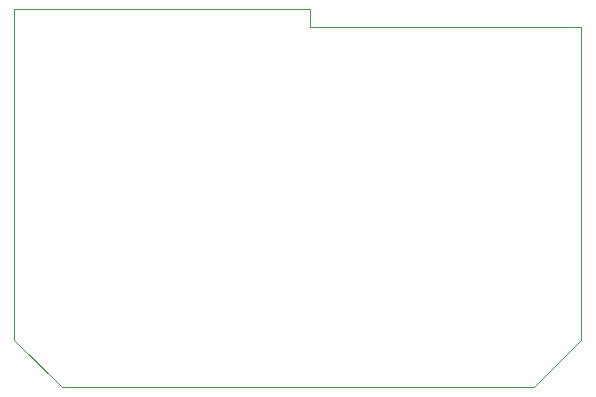
<source format=gm1>
%TF.GenerationSoftware,KiCad,Pcbnew,(5.1.6-0-10_14)*%
%TF.CreationDate,2021-08-10T12:06:40-04:00*%
%TF.ProjectId,fanboard,66616e62-6f61-4726-942e-6b696361645f,rev?*%
%TF.SameCoordinates,Original*%
%TF.FileFunction,Profile,NP*%
%FSLAX46Y46*%
G04 Gerber Fmt 4.6, Leading zero omitted, Abs format (unit mm)*
G04 Created by KiCad (PCBNEW (5.1.6-0-10_14)) date 2021-08-10 12:06:40*
%MOMM*%
%LPD*%
G01*
G04 APERTURE LIST*
%TA.AperFunction,Profile*%
%ADD10C,0.050000*%
%TD*%
G04 APERTURE END LIST*
D10*
X124500000Y-99000000D02*
X124500000Y-127000000D01*
X124500000Y-127000000D02*
X128500000Y-131000000D01*
X128500000Y-131000000D02*
X168500000Y-131000000D01*
X168500000Y-131000000D02*
X172500000Y-127000000D01*
X149500000Y-99000000D02*
X124500000Y-99000000D01*
X172500000Y-127000000D02*
X172500000Y-100500000D01*
X172500000Y-100500000D02*
X149500000Y-100500000D01*
X149500000Y-100500000D02*
X149500000Y-99000000D01*
M02*

</source>
